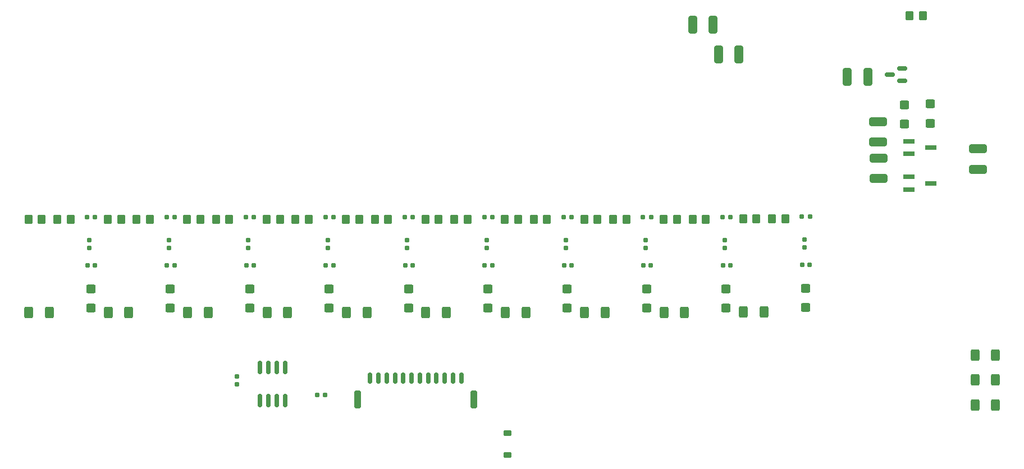
<source format=gbr>
%TF.GenerationSoftware,KiCad,Pcbnew,7.0.10*%
%TF.CreationDate,2024-07-06T13:40:55+02:00*%
%TF.ProjectId,OverlordDimmer,4f766572-6c6f-4726-9444-696d6d65722e,rev?*%
%TF.SameCoordinates,Original*%
%TF.FileFunction,Paste,Top*%
%TF.FilePolarity,Positive*%
%FSLAX46Y46*%
G04 Gerber Fmt 4.6, Leading zero omitted, Abs format (unit mm)*
G04 Created by KiCad (PCBNEW 7.0.10) date 2024-07-06 13:40:55*
%MOMM*%
%LPD*%
G01*
G04 APERTURE LIST*
G04 Aperture macros list*
%AMRoundRect*
0 Rectangle with rounded corners*
0 $1 Rounding radius*
0 $2 $3 $4 $5 $6 $7 $8 $9 X,Y pos of 4 corners*
0 Add a 4 corners polygon primitive as box body*
4,1,4,$2,$3,$4,$5,$6,$7,$8,$9,$2,$3,0*
0 Add four circle primitives for the rounded corners*
1,1,$1+$1,$2,$3*
1,1,$1+$1,$4,$5*
1,1,$1+$1,$6,$7*
1,1,$1+$1,$8,$9*
0 Add four rect primitives between the rounded corners*
20,1,$1+$1,$2,$3,$4,$5,0*
20,1,$1+$1,$4,$5,$6,$7,0*
20,1,$1+$1,$6,$7,$8,$9,0*
20,1,$1+$1,$8,$9,$2,$3,0*%
G04 Aperture macros list end*
%ADD10RoundRect,0.155000X0.212500X0.155000X-0.212500X0.155000X-0.212500X-0.155000X0.212500X-0.155000X0*%
%ADD11RoundRect,0.250000X0.400000X0.625000X-0.400000X0.625000X-0.400000X-0.625000X0.400000X-0.625000X0*%
%ADD12RoundRect,0.250000X-0.450000X0.400000X-0.450000X-0.400000X0.450000X-0.400000X0.450000X0.400000X0*%
%ADD13RoundRect,0.250000X0.350000X0.450000X-0.350000X0.450000X-0.350000X-0.450000X0.350000X-0.450000X0*%
%ADD14RoundRect,0.160000X-0.197500X-0.160000X0.197500X-0.160000X0.197500X0.160000X-0.197500X0.160000X0*%
%ADD15RoundRect,0.250000X-0.400000X-0.625000X0.400000X-0.625000X0.400000X0.625000X-0.400000X0.625000X0*%
%ADD16RoundRect,0.160000X-0.160000X0.197500X-0.160000X-0.197500X0.160000X-0.197500X0.160000X0.197500X0*%
%ADD17RoundRect,0.150000X-0.150000X-0.700000X0.150000X-0.700000X0.150000X0.700000X-0.150000X0.700000X0*%
%ADD18RoundRect,0.250000X-0.250000X-1.100000X0.250000X-1.100000X0.250000X1.100000X-0.250000X1.100000X0*%
%ADD19RoundRect,0.250000X1.075000X-0.400000X1.075000X0.400000X-1.075000X0.400000X-1.075000X-0.400000X0*%
%ADD20RoundRect,0.150000X-0.150000X0.825000X-0.150000X-0.825000X0.150000X-0.825000X0.150000X0.825000X0*%
%ADD21R,1.800000X0.800000*%
%ADD22RoundRect,0.250000X-0.350000X-0.450000X0.350000X-0.450000X0.350000X0.450000X-0.350000X0.450000X0*%
%ADD23RoundRect,0.250000X-0.400000X-1.075000X0.400000X-1.075000X0.400000X1.075000X-0.400000X1.075000X0*%
%ADD24RoundRect,0.160000X0.197500X0.160000X-0.197500X0.160000X-0.197500X-0.160000X0.197500X-0.160000X0*%
%ADD25RoundRect,0.250000X-1.075000X0.400000X-1.075000X-0.400000X1.075000X-0.400000X1.075000X0.400000X0*%
%ADD26RoundRect,0.225000X-0.375000X0.225000X-0.375000X-0.225000X0.375000X-0.225000X0.375000X0.225000X0*%
%ADD27RoundRect,0.150000X0.587500X0.150000X-0.587500X0.150000X-0.587500X-0.150000X0.587500X-0.150000X0*%
%ADD28RoundRect,0.250000X0.450000X-0.400000X0.450000X0.400000X-0.450000X0.400000X-0.450000X-0.400000X0*%
G04 APERTURE END LIST*
D10*
%TO.C,C11*%
X122269027Y-67150000D03*
X121134027Y-67150000D03*
%TD*%
D11*
%TO.C,R5*%
X31530000Y-74250000D03*
X28430000Y-74250000D03*
%TD*%
D12*
%TO.C,D8*%
X133608888Y-70700000D03*
X133608888Y-73600000D03*
%TD*%
D13*
%TO.C,R21*%
X78289445Y-60250000D03*
X76289445Y-60250000D03*
%TD*%
D10*
%TO.C,C13*%
X146223749Y-67063809D03*
X145088749Y-67063809D03*
%TD*%
D14*
%TO.C,R24*%
X73174583Y-59850000D03*
X74369583Y-59850000D03*
%TD*%
D13*
%TO.C,R57*%
X142526250Y-60163809D03*
X140526250Y-60163809D03*
%TD*%
D12*
%TO.C,D4*%
X73722083Y-70700000D03*
X73722083Y-73600000D03*
%TD*%
D15*
%TO.C,R66*%
X171150000Y-88200000D03*
X174250000Y-88200000D03*
%TD*%
D11*
%TO.C,R55*%
X139326250Y-74163809D03*
X136226250Y-74163809D03*
%TD*%
D14*
%TO.C,R51*%
X121084027Y-59850000D03*
X122279027Y-59850000D03*
%TD*%
D16*
%TO.C,R26*%
X85509444Y-63352500D03*
X85509444Y-64547500D03*
%TD*%
D13*
%TO.C,R8*%
X42357362Y-60250000D03*
X40357362Y-60250000D03*
%TD*%
D11*
%TO.C,R52*%
X127348889Y-74250000D03*
X124248889Y-74250000D03*
%TD*%
D16*
%TO.C,R62*%
X145396249Y-63266309D03*
X145396249Y-64461309D03*
%TD*%
D13*
%TO.C,R11*%
X54334723Y-60250000D03*
X52334723Y-60250000D03*
%TD*%
D14*
%TO.C,R10*%
X61197222Y-59850000D03*
X62392222Y-59850000D03*
%TD*%
D13*
%TO.C,R2*%
X30380000Y-60250000D03*
X28380000Y-60250000D03*
%TD*%
D16*
%TO.C,R42*%
X97486805Y-63352500D03*
X97486805Y-64547500D03*
%TD*%
D13*
%TO.C,R32*%
X94616806Y-60250000D03*
X92616806Y-60250000D03*
%TD*%
D10*
%TO.C,C5*%
X74359583Y-67150000D03*
X73224583Y-67150000D03*
%TD*%
D12*
%TO.C,D9*%
X121631527Y-70700000D03*
X121631527Y-73600000D03*
%TD*%
D10*
%TO.C,C7*%
X110291666Y-67150000D03*
X109156666Y-67150000D03*
%TD*%
D17*
%TO.C,J6*%
X79925000Y-84150000D03*
X81175000Y-84150000D03*
X82425000Y-84150000D03*
X83675000Y-84150000D03*
X84925000Y-84150000D03*
X86175000Y-84150000D03*
X87425000Y-84150000D03*
X88675000Y-84150000D03*
X89925000Y-84150000D03*
X91175000Y-84150000D03*
X92425000Y-84150000D03*
X93675000Y-84150000D03*
D18*
X78075000Y-87350000D03*
X95525000Y-87350000D03*
%TD*%
D11*
%TO.C,R18*%
X43507362Y-74250000D03*
X40407362Y-74250000D03*
%TD*%
D10*
%TO.C,C1*%
X38427500Y-67150000D03*
X37292500Y-67150000D03*
%TD*%
D16*
%TO.C,R13*%
X59835000Y-83892500D03*
X59835000Y-85087500D03*
%TD*%
%TO.C,R53*%
X121441527Y-63352500D03*
X121441527Y-64547500D03*
%TD*%
D14*
%TO.C,R7*%
X49219861Y-59850000D03*
X50414861Y-59850000D03*
%TD*%
D16*
%TO.C,R29*%
X73532083Y-63352500D03*
X73532083Y-64547500D03*
%TD*%
%TO.C,R40*%
X109464166Y-63352500D03*
X109464166Y-64547500D03*
%TD*%
D14*
%TO.C,R34*%
X97129305Y-59850000D03*
X98324305Y-59850000D03*
%TD*%
D13*
%TO.C,R49*%
X126198889Y-60250000D03*
X124198889Y-60250000D03*
%TD*%
D19*
%TO.C,R63*%
X171600000Y-52650000D03*
X171600000Y-49550000D03*
%TD*%
D10*
%TO.C,C3*%
X50404861Y-67150000D03*
X49269861Y-67150000D03*
%TD*%
D13*
%TO.C,R19*%
X82639445Y-60250000D03*
X80639445Y-60250000D03*
%TD*%
D11*
%TO.C,R39*%
X103394167Y-74250000D03*
X100294167Y-74250000D03*
%TD*%
D12*
%TO.C,D15*%
X160500000Y-42900000D03*
X160500000Y-45800000D03*
%TD*%
D10*
%TO.C,C2*%
X62382222Y-67150000D03*
X61247222Y-67150000D03*
%TD*%
D14*
%TO.C,R20*%
X85151944Y-59850000D03*
X86346944Y-59850000D03*
%TD*%
D13*
%TO.C,R47*%
X130548889Y-60250000D03*
X128548889Y-60250000D03*
%TD*%
D20*
%TO.C,U4*%
X67140000Y-82600000D03*
X65870000Y-82600000D03*
X64600000Y-82600000D03*
X63330000Y-82600000D03*
X63330000Y-87550000D03*
X64600000Y-87550000D03*
X65870000Y-87550000D03*
X67140000Y-87550000D03*
%TD*%
D14*
%TO.C,R3*%
X37242500Y-59850000D03*
X38437500Y-59850000D03*
%TD*%
D21*
%TO.C,Q43*%
X161150000Y-48400000D03*
X161150000Y-50300000D03*
X164450000Y-49350000D03*
%TD*%
D22*
%TO.C,R56*%
X161300000Y-29500000D03*
X163300000Y-29500000D03*
%TD*%
D14*
%TO.C,R37*%
X109106666Y-59850000D03*
X110301666Y-59850000D03*
%TD*%
D13*
%TO.C,R35*%
X106594167Y-60250000D03*
X104594167Y-60250000D03*
%TD*%
D12*
%TO.C,D17*%
X145586249Y-70613809D03*
X145586249Y-73513809D03*
%TD*%
D10*
%TO.C,C10*%
X134246388Y-67150000D03*
X133111388Y-67150000D03*
%TD*%
D11*
%TO.C,R17*%
X55484723Y-74250000D03*
X52384723Y-74250000D03*
%TD*%
D13*
%TO.C,R9*%
X46707362Y-60250000D03*
X44707362Y-60250000D03*
%TD*%
D21*
%TO.C,Q45*%
X161150000Y-53800000D03*
X161150000Y-55700000D03*
X164450000Y-54750000D03*
%TD*%
D14*
%TO.C,R58*%
X145038749Y-59763809D03*
X146233749Y-59763809D03*
%TD*%
D12*
%TO.C,D1*%
X37790000Y-70700000D03*
X37790000Y-73600000D03*
%TD*%
D23*
%TO.C,R59*%
X151900000Y-38700000D03*
X155000000Y-38700000D03*
%TD*%
D13*
%TO.C,R6*%
X58684723Y-60250000D03*
X56684723Y-60250000D03*
%TD*%
D11*
%TO.C,R31*%
X79439445Y-74250000D03*
X76339445Y-74250000D03*
%TD*%
D24*
%TO.C,R12*%
X73147500Y-86710000D03*
X71952500Y-86710000D03*
%TD*%
D13*
%TO.C,R50*%
X138176250Y-60163809D03*
X136176250Y-60163809D03*
%TD*%
D16*
%TO.C,R16*%
X61554722Y-63352500D03*
X61554722Y-64547500D03*
%TD*%
D13*
%TO.C,R22*%
X66312084Y-60250000D03*
X64312084Y-60250000D03*
%TD*%
D12*
%TO.C,D6*%
X97676805Y-70700000D03*
X97676805Y-73600000D03*
%TD*%
D13*
%TO.C,R1*%
X34730000Y-60250000D03*
X32730000Y-60250000D03*
%TD*%
D19*
%TO.C,R60*%
X156540000Y-48540000D03*
X156540000Y-45440000D03*
%TD*%
D10*
%TO.C,C6*%
X86336944Y-67150000D03*
X85201944Y-67150000D03*
%TD*%
D11*
%TO.C,R43*%
X115371528Y-74250000D03*
X112271528Y-74250000D03*
%TD*%
D13*
%TO.C,R38*%
X114221528Y-60250000D03*
X112221528Y-60250000D03*
%TD*%
D11*
%TO.C,R41*%
X91416806Y-74250000D03*
X88316806Y-74250000D03*
%TD*%
D16*
%TO.C,R14*%
X49577361Y-63352500D03*
X49577361Y-64547500D03*
%TD*%
D25*
%TO.C,R61*%
X156570000Y-50960000D03*
X156570000Y-54060000D03*
%TD*%
D13*
%TO.C,R23*%
X70662084Y-60250000D03*
X68662084Y-60250000D03*
%TD*%
D12*
%TO.C,D5*%
X85699444Y-70700000D03*
X85699444Y-73600000D03*
%TD*%
D13*
%TO.C,R46*%
X118571528Y-60250000D03*
X116571528Y-60250000D03*
%TD*%
D12*
%TO.C,D7*%
X109654166Y-70700000D03*
X109654166Y-73600000D03*
%TD*%
D13*
%TO.C,R36*%
X102244167Y-60250000D03*
X100244167Y-60250000D03*
%TD*%
D26*
%TO.C,D18*%
X100610000Y-92450000D03*
X100610000Y-95750000D03*
%TD*%
D11*
%TO.C,R28*%
X67462084Y-74250000D03*
X64362084Y-74250000D03*
%TD*%
D15*
%TO.C,R64*%
X171150000Y-80700000D03*
X174250000Y-80700000D03*
%TD*%
D14*
%TO.C,R48*%
X133061388Y-59850000D03*
X134256388Y-59850000D03*
%TD*%
D10*
%TO.C,C8*%
X98314305Y-67150000D03*
X97179305Y-67150000D03*
%TD*%
D12*
%TO.C,D2*%
X49767361Y-70700000D03*
X49767361Y-73600000D03*
%TD*%
D27*
%TO.C,Q44*%
X160187500Y-39310000D03*
X160187500Y-37410000D03*
X158312500Y-38360000D03*
%TD*%
D23*
%TO.C,R44*%
X132450000Y-35300000D03*
X135550000Y-35300000D03*
%TD*%
%TO.C,R45*%
X128550000Y-30840000D03*
X131650000Y-30840000D03*
%TD*%
D16*
%TO.C,R4*%
X37600000Y-63352500D03*
X37600000Y-64547500D03*
%TD*%
D15*
%TO.C,R65*%
X171150000Y-84450000D03*
X174250000Y-84450000D03*
%TD*%
D16*
%TO.C,R54*%
X133418888Y-63352500D03*
X133418888Y-64547500D03*
%TD*%
D13*
%TO.C,R33*%
X90266806Y-60250000D03*
X88266806Y-60250000D03*
%TD*%
D12*
%TO.C,D3*%
X61744722Y-70700000D03*
X61744722Y-73600000D03*
%TD*%
D28*
%TO.C,D14*%
X164400000Y-45700000D03*
X164400000Y-42800000D03*
%TD*%
M02*

</source>
